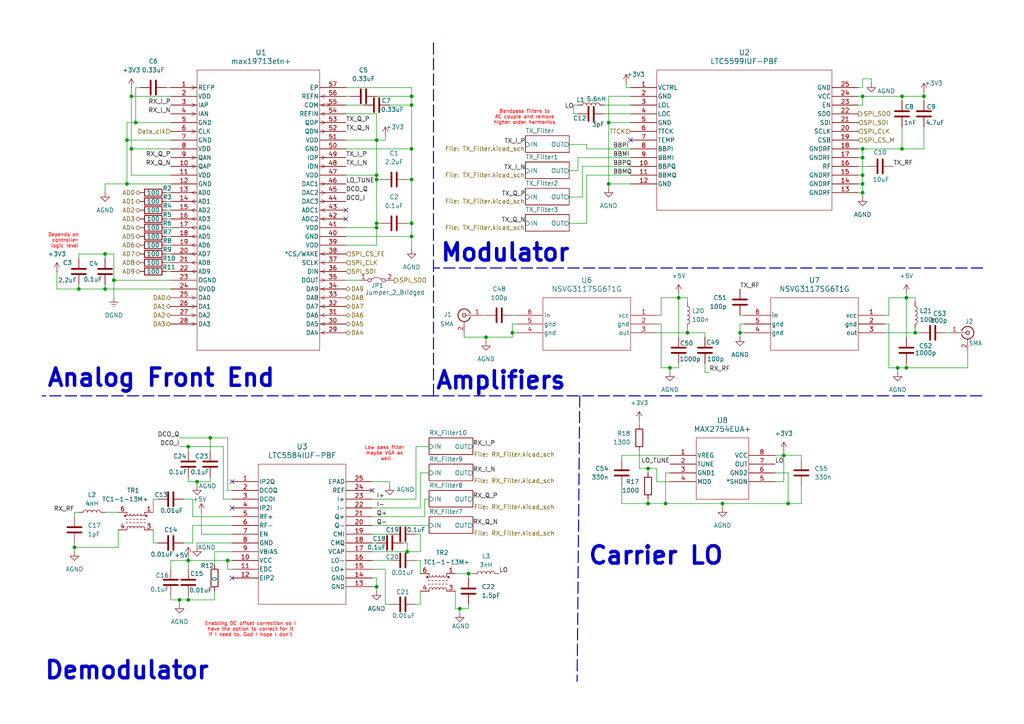
<source format=kicad_sch>
(kicad_sch (version 20231120) (generator "eeschema") (generator_version "8.0")
  (paper "A4")
  (junction (at 148.59 96.52))
  (junction (at 22.86 83.82))
  (junction (at 119.38 43.18))
  (junction (at 194.31 106.68))
  (junction (at 228.6 146.05))
  (junction (at 36.83 53.34))
  (junction (at 135.89 166.37))
  (junction (at 193.04 146.05))
  (junction (at 209.55 146.05))
  (junction (at 250.19 50.8))
  (junction (at 109.22 64.77))
  (junction (at 52.07 173.99))
  (junction (at 250.19 27.94))
  (junction (at 250.19 55.88))
  (junction (at 196.85 86.36))
  (junction (at 38.1 27.94))
  (junction (at 250.19 43.18))
  (junction (at 133.35 176.53))
  (junction (at 109.22 170.18))
  (junction (at 30.48 83.82))
  (junction (at 250.19 45.72))
  (junction (at 119.38 64.77))
  (junction (at 176.53 35.56))
  (junction (at 54.61 173.99))
  (junction (at 187.96 135.89))
  (junction (at 227.33 132.08))
  (junction (at 119.38 52.07))
  (junction (at 199.39 96.52))
  (junction (at 109.22 50.8))
  (junction (at 21.59 158.75))
  (junction (at 119.38 30.48))
  (junction (at 57.15 139.7))
  (junction (at 109.22 52.07))
  (junction (at 54.61 129.54))
  (junction (at 262.89 106.68))
  (junction (at 262.89 86.36))
  (junction (at 119.38 68.58))
  (junction (at 66.04 162.56))
  (junction (at 261.62 43.18))
  (junction (at 60.96 127))
  (junction (at 119.38 27.94))
  (junction (at 214.63 96.52))
  (junction (at 267.97 27.94))
  (junction (at 118.11 160.02))
  (junction (at 140.97 97.79))
  (junction (at 187.96 146.05))
  (junction (at 260.35 106.68))
  (junction (at 176.53 53.34))
  (junction (at 33.02 81.28))
  (junction (at 54.61 162.56))
  (junction (at 109.22 40.64))
  (junction (at 39.37 35.56))
  (junction (at 36.83 40.64))
  (junction (at 265.43 96.52))
  (junction (at 261.62 27.94))
  (junction (at 30.48 73.66))
  (junction (at 109.22 66.04))
  (junction (at 38.1 43.18))
  (junction (at 250.19 53.34))
  (no_connect (at 67.31 139.7))
  (no_connect (at 100.33 60.96))
  (no_connect (at 182.88 40.64))
  (no_connect (at 67.31 147.32))
  (no_connect (at 67.31 167.64))
  (no_connect (at 100.33 63.5))
  (no_connect (at 107.95 142.24))
  (wire (pts (xy 248.92 55.88) (xy 250.19 55.88)))
  (wire (pts (xy 261.62 27.94) (xy 267.97 27.94)))
  (wire (pts (xy 261.62 27.94) (xy 261.62 29.21)))
  (wire (pts (xy 120.65 175.26) (xy 121.92 175.26)))
  (wire (pts (xy 111.76 39.37) (xy 111.76 40.64)))
  (wire (pts (xy 119.38 43.18) (xy 119.38 52.07)))
  (wire (pts (xy 21.59 158.75) (xy 21.59 160.02)))
  (wire (pts (xy 250.19 27.94) (xy 261.62 27.94)))
  (wire (pts (xy 109.22 52.07) (xy 110.49 52.07)))
  (wire (pts (xy 250.19 45.72) (xy 250.19 50.8)))
  (wire (pts (xy 119.38 52.07) (xy 119.38 64.77)))
  (wire (pts (xy 57.15 157.48) (xy 67.31 157.48)))
  (wire (pts (xy 261.62 43.18) (xy 250.19 43.18)))
  (wire (pts (xy 52.07 175.26) (xy 52.07 173.99)))
  (wire (pts (xy 250.19 53.34) (xy 250.19 55.88)))
  (wire (pts (xy 48.26 60.96) (xy 49.53 60.96)))
  (wire (pts (xy 49.53 165.1) (xy 49.53 162.56)))
  (wire (pts (xy 265.43 96.52) (xy 266.7 96.52)))
  (wire (pts (xy 135.89 176.53) (xy 133.35 176.53)))
  (wire (pts (xy 267.97 43.18) (xy 261.62 43.18)))
  (wire (pts (xy 49.53 43.18) (xy 38.1 43.18)))
  (polyline (pts (xy 168.148 114.808) (xy 167.386 197.612)) (stroke (width 0.3) (type dash)))
  (wire (pts (xy 107.95 160.02) (xy 118.11 160.02)))
  (wire (pts (xy 257.81 106.68) (xy 260.35 106.68)))
  (wire (pts (xy 193.04 137.16) (xy 193.04 146.05)))
  (wire (pts (xy 30.48 73.66) (xy 22.86 73.66)))
  (wire (pts (xy 62.23 160.02) (xy 67.31 160.02)))
  (wire (pts (xy 64.77 129.54) (xy 54.61 129.54)))
  (wire (pts (xy 140.97 97.79) (xy 140.97 99.06)))
  (wire (pts (xy 34.29 158.75) (xy 21.59 158.75)))
  (wire (pts (xy 100.33 30.48) (xy 105.41 30.48)))
  (wire (pts (xy 170.18 50.8) (xy 182.88 50.8)))
  (wire (pts (xy 250.19 30.48) (xy 250.19 27.94)))
  (wire (pts (xy 250.19 22.86) (xy 250.19 25.4)))
  (wire (pts (xy 109.22 52.07) (xy 109.22 50.8)))
  (wire (pts (xy 181.61 25.4) (xy 182.88 25.4)))
  (wire (pts (xy 204.47 107.95) (xy 204.47 105.41)))
  (wire (pts (xy 185.42 135.89) (xy 187.96 135.89)))
  (wire (pts (xy 252.73 22.86) (xy 250.19 22.86)))
  (wire (pts (xy 54.61 161.29) (xy 54.61 162.56)))
  (wire (pts (xy 107.95 162.56) (xy 113.03 162.56)))
  (wire (pts (xy 132.08 166.37) (xy 135.89 166.37)))
  (wire (pts (xy 109.22 71.12) (xy 109.22 66.04)))
  (wire (pts (xy 227.33 139.7) (xy 227.33 132.08)))
  (wire (pts (xy 53.34 157.48) (xy 55.88 157.48)))
  (wire (pts (xy 250.19 55.88) (xy 250.19 57.15)))
  (wire (pts (xy 194.31 106.68) (xy 196.85 106.68)))
  (wire (pts (xy 182.88 27.94) (xy 176.53 27.94)))
  (wire (pts (xy 199.39 86.36) (xy 199.39 87.63)))
  (wire (pts (xy 120.65 129.54) (xy 120.65 144.78)))
  (wire (pts (xy 135.89 175.26) (xy 135.89 176.53)))
  (wire (pts (xy 55.88 144.78) (xy 55.88 149.86)))
  (wire (pts (xy 53.34 144.78) (xy 55.88 144.78)))
  (wire (pts (xy 257.81 86.36) (xy 262.89 86.36)))
  (wire (pts (xy 111.76 175.26) (xy 113.03 175.26)))
  (wire (pts (xy 119.38 27.94) (xy 119.38 30.48)))
  (wire (pts (xy 224.79 139.7) (xy 227.33 139.7)))
  (wire (pts (xy 232.41 132.08) (xy 227.33 132.08)))
  (wire (pts (xy 165.1 41.91) (xy 170.18 41.91)))
  (wire (pts (xy 36.83 40.64) (xy 36.83 35.56)))
  (wire (pts (xy 260.35 106.68) (xy 262.89 106.68)))
  (wire (pts (xy 257.81 91.44) (xy 257.81 86.36)))
  (wire (pts (xy 109.22 64.77) (xy 110.49 64.77)))
  (wire (pts (xy 194.31 132.08) (xy 180.34 132.08)))
  (wire (pts (xy 36.83 53.34) (xy 49.53 53.34)))
  (wire (pts (xy 54.61 129.54) (xy 54.61 130.81)))
  (wire (pts (xy 176.53 54.61) (xy 176.53 53.34)))
  (wire (pts (xy 38.1 50.8) (xy 38.1 43.18)))
  (wire (pts (xy 187.96 144.78) (xy 187.96 146.05)))
  (wire (pts (xy 214.63 96.52) (xy 214.63 97.79)))
  (wire (pts (xy 190.5 135.89) (xy 187.96 135.89)))
  (wire (pts (xy 118.11 52.07) (xy 119.38 52.07)))
  (wire (pts (xy 49.53 173.99) (xy 52.07 173.99)))
  (wire (pts (xy 57.15 158.75) (xy 57.15 157.48)))
  (wire (pts (xy 48.26 66.04) (xy 49.53 66.04)))
  (wire (pts (xy 176.53 35.56) (xy 176.53 53.34)))
  (wire (pts (xy 33.02 73.66) (xy 33.02 81.28)))
  (wire (pts (xy 49.53 50.8) (xy 38.1 50.8)))
  (wire (pts (xy 60.96 127) (xy 60.96 130.81)))
  (wire (pts (xy 36.83 40.64) (xy 49.53 40.64)))
  (wire (pts (xy 39.37 25.4) (xy 40.64 25.4)))
  (wire (pts (xy 190.5 93.98) (xy 191.77 93.98)))
  (wire (pts (xy 109.22 66.04) (xy 109.22 64.77)))
  (wire (pts (xy 111.76 165.1) (xy 107.95 165.1)))
  (wire (pts (xy 100.33 50.8) (xy 109.22 50.8)))
  (wire (pts (xy 181.61 24.13) (xy 181.61 25.4)))
  (wire (pts (xy 36.83 53.34) (xy 36.83 40.64)))
  (wire (pts (xy 180.34 146.05) (xy 187.96 146.05)))
  (wire (pts (xy 175.26 30.48) (xy 182.88 30.48)))
  (wire (pts (xy 123.19 144.78) (xy 123.19 149.86)))
  (wire (pts (xy 262.89 86.36) (xy 262.89 97.79)))
  (wire (pts (xy 21.59 157.48) (xy 21.59 158.75)))
  (wire (pts (xy 168.91 57.15) (xy 165.1 57.15)))
  (wire (pts (xy 121.92 160.02) (xy 118.11 160.02)))
  (wire (pts (xy 121.92 171.45) (xy 121.92 175.26)))
  (wire (pts (xy 166.37 33.02) (xy 167.64 33.02)))
  (wire (pts (xy 148.59 93.98) (xy 148.59 96.52)))
  (wire (pts (xy 170.18 43.18) (xy 182.88 43.18)))
  (wire (pts (xy 100.33 27.94) (xy 101.6 27.94)))
  (wire (pts (xy 119.38 64.77) (xy 119.38 68.58)))
  (wire (pts (xy 170.18 41.91) (xy 170.18 43.18)))
  (wire (pts (xy 48.26 68.58) (xy 49.53 68.58)))
  (wire (pts (xy 109.22 40.64) (xy 100.33 40.64)))
  (wire (pts (xy 196.85 86.36) (xy 196.85 97.79)))
  (wire (pts (xy 228.6 146.05) (xy 209.55 146.05)))
  (wire (pts (xy 30.48 55.88) (xy 30.48 53.34)))
  (wire (pts (xy 44.45 153.67) (xy 44.45 157.48)))
  (wire (pts (xy 248.92 50.8) (xy 250.19 50.8)))
  (wire (pts (xy 22.86 73.66) (xy 22.86 74.93)))
  (wire (pts (xy 109.22 170.18) (xy 109.22 171.45)))
  (wire (pts (xy 21.59 148.59) (xy 22.86 148.59)))
  (wire (pts (xy 134.62 97.79) (xy 140.97 97.79)))
  (wire (pts (xy 60.96 139.7) (xy 60.96 138.43)))
  (wire (pts (xy 111.76 175.26) (xy 111.76 165.1)))
  (wire (pts (xy 180.34 140.97) (xy 180.34 146.05)))
  (wire (pts (xy 123.19 149.86) (xy 107.95 149.86)))
  (wire (pts (xy 191.77 91.44) (xy 191.77 86.36)))
  (wire (pts (xy 55.88 152.4) (xy 67.31 152.4)))
  (wire (pts (xy 166.37 30.48) (xy 167.64 30.48)))
  (wire (pts (xy 120.65 144.78) (xy 107.95 144.78)))
  (wire (pts (xy 38.1 25.4) (xy 38.1 27.94)))
  (wire (pts (xy 148.59 96.52) (xy 149.86 96.52)))
  (wire (pts (xy 180.34 132.08) (xy 180.34 133.35)))
  (wire (pts (xy 280.67 106.68) (xy 262.89 106.68)))
  (wire (pts (xy 215.9 93.98) (xy 214.63 93.98)))
  (wire (pts (xy 30.48 82.55) (xy 30.48 83.82)))
  (wire (pts (xy 262.89 86.36) (xy 265.43 86.36)))
  (wire (pts (xy 109.22 33.02) (xy 109.22 40.64)))
  (wire (pts (xy 187.96 135.89) (xy 187.96 137.16)))
  (wire (pts (xy 168.91 48.26) (xy 168.91 57.15)))
  (wire (pts (xy 58.42 148.59) (xy 58.42 154.94)))
  (wire (pts (xy 113.03 30.48) (xy 119.38 30.48)))
  (wire (pts (xy 227.33 132.08) (xy 227.33 130.81)))
  (wire (pts (xy 66.04 142.24) (xy 66.04 127)))
  (wire (pts (xy 100.33 33.02) (xy 109.22 33.02)))
  (wire (pts (xy 48.26 76.2) (xy 49.53 76.2)))
  (wire (pts (xy 118.11 157.48) (xy 118.11 160.02)))
  (wire (pts (xy 148.59 91.44) (xy 149.86 91.44)))
  (wire (pts (xy 57.15 139.7) (xy 57.15 140.97)))
  (wire (pts (xy 175.26 33.02) (xy 182.88 33.02)))
  (wire (pts (xy 36.83 35.56) (xy 39.37 35.56)))
  (wire (pts (xy 34.29 153.67) (xy 34.29 158.75)))
  (wire (pts (xy 133.35 176.53) (xy 132.08 176.53)))
  (wire (pts (xy 248.92 53.34) (xy 250.19 53.34)))
  (wire (pts (xy 48.26 55.88) (xy 49.53 55.88)))
  (wire (pts (xy 248.92 27.94) (xy 250.19 27.94)))
  (wire (pts (xy 148.59 96.52) (xy 148.59 97.79)))
  (wire (pts (xy 261.62 36.83) (xy 261.62 43.18)))
  (wire (pts (xy 107.95 154.94) (xy 113.03 154.94)))
  (wire (pts (xy 232.41 140.97) (xy 232.41 146.05)))
  (wire (pts (xy 100.33 68.58) (xy 119.38 68.58)))
  (wire (pts (xy 214.63 96.52) (xy 215.9 96.52)))
  (wire (pts (xy 107.95 147.32) (xy 121.92 147.32)))
  (wire (pts (xy 199.39 96.52) (xy 204.47 96.52)))
  (wire (pts (xy 119.38 25.4) (xy 119.38 27.94)))
  (wire (pts (xy 265.43 86.36) (xy 265.43 87.63)))
  (wire (pts (xy 232.41 146.05) (xy 228.6 146.05)))
  (wire (pts (xy 187.96 146.05) (xy 193.04 146.05)))
  (wire (pts (xy 214.63 93.98) (xy 214.63 96.52)))
  (polyline (pts (xy 284.734 114.808) (xy 125.73 114.808)) (stroke (width 0.3) (type dash)))
  (wire (pts (xy 265.43 95.25) (xy 265.43 96.52)))
  (wire (pts (xy 66.04 162.56) (xy 67.31 162.56)))
  (wire (pts (xy 62.23 173.99) (xy 62.23 171.45)))
  (wire (pts (xy 209.55 146.05) (xy 209.55 147.32)))
  (wire (pts (xy 113.03 139.7) (xy 107.95 139.7)))
  (wire (pts (xy 39.37 25.4) (xy 39.37 35.56)))
  (wire (pts (xy 21.59 148.59) (xy 21.59 149.86)))
  (wire (pts (xy 118.11 157.48) (xy 116.84 157.48)))
  (wire (pts (xy 204.47 96.52) (xy 204.47 97.79)))
  (wire (pts (xy 256.54 96.52) (xy 265.43 96.52)))
  (wire (pts (xy 119.38 30.48) (xy 119.38 43.18)))
  (polyline (pts (xy 125.73 114.808) (xy 12.192 114.808)) (stroke (width 0.3) (type dash)))
  (wire (pts (xy 64.77 144.78) (xy 64.77 129.54)))
  (wire (pts (xy 250.19 25.4) (xy 248.92 25.4)))
  (wire (pts (xy 54.61 138.43) (xy 54.61 139.7)))
  (wire (pts (xy 232.41 133.35) (xy 232.41 132.08)))
  (wire (pts (xy 54.61 172.72) (xy 54.61 173.99)))
  (polyline (pts (xy 284.988 77.724) (xy 125.984 77.724)) (stroke (width 0.3) (type dash)))
  (wire (pts (xy 38.1 43.18) (xy 38.1 27.94)))
  (wire (pts (xy 149.86 93.98) (xy 148.59 93.98)))
  (wire (pts (xy 67.31 142.24) (xy 66.04 142.24)))
  (wire (pts (xy 250.19 43.18) (xy 250.19 45.72)))
  (wire (pts (xy 22.86 83.82) (xy 16.51 83.82)))
  (wire (pts (xy 190.5 91.44) (xy 191.77 91.44)))
  (wire (pts (xy 109.22 64.77) (xy 109.22 52.07)))
  (wire (pts (xy 124.46 144.78) (xy 123.19 144.78)))
  (wire (pts (xy 280.67 101.6) (xy 280.67 106.68)))
  (wire (pts (xy 44.45 144.78) (xy 45.72 144.78)))
  (wire (pts (xy 54.61 129.54) (xy 52.07 129.54)))
  (wire (pts (xy 262.89 85.09) (xy 262.89 86.36)))
  (wire (pts (xy 214.63 91.44) (xy 215.9 91.44)))
  (wire (pts (xy 66.04 127) (xy 60.96 127)))
  (wire (pts (xy 167.64 45.72) (xy 182.88 45.72)))
  (wire (pts (xy 39.37 35.56) (xy 49.53 35.56)))
  (wire (pts (xy 182.88 48.26) (xy 168.91 48.26)))
  (wire (pts (xy 193.04 146.05) (xy 209.55 146.05)))
  (wire (pts (xy 113.03 140.97) (xy 113.03 139.7)))
  (wire (pts (xy 66.04 165.1) (xy 66.04 162.56)))
  (wire (pts (xy 121.92 137.16) (xy 124.46 137.16)))
  (wire (pts (xy 267.97 36.83) (xy 267.97 43.18)))
  (wire (pts (xy 134.62 96.52) (xy 134.62 97.79)))
  (wire (pts (xy 119.38 72.39) (xy 119.38 68.58)))
  (wire (pts (xy 30.48 83.82) (xy 22.86 83.82)))
  (wire (pts (xy 54.61 139.7) (xy 57.15 139.7)))
  (wire (pts (xy 30.48 53.34) (xy 36.83 53.34)))
  (wire (pts (xy 248.92 48.26) (xy 251.46 48.26)))
  (wire (pts (xy 224.79 132.08) (xy 227.33 132.08)))
  (wire (pts (xy 48.26 73.66) (xy 49.53 73.66)))
  (wire (pts (xy 199.39 95.25) (xy 199.39 96.52)))
  (wire (pts (xy 100.33 43.18) (xy 119.38 43.18)))
  (wire (pts (xy 248.92 43.18) (xy 250.19 43.18)))
  (wire (pts (xy 62.23 163.83) (xy 62.23 160.02)))
  (wire (pts (xy 54.61 162.56) (xy 66.04 162.56)))
  (wire (pts (xy 256.54 93.98) (xy 257.81 93.98)))
  (wire (pts (xy 228.6 137.16) (xy 228.6 146.05)))
  (wire (pts (xy 107.95 167.64) (xy 109.22 167.64)))
  (wire (pts (xy 48.26 58.42) (xy 49.53 58.42)))
  (wire (pts (xy 48.26 63.5) (xy 49.53 63.5)))
  (wire (pts (xy 30.48 148.59) (xy 34.29 148.59)))
  (wire (pts (xy 107.95 157.48) (xy 109.22 157.48)))
  (wire (pts (xy 121.92 162.56) (xy 121.92 166.37)))
  (wire (pts (xy 267.97 27.94) (xy 267.97 29.21)))
  (wire (pts (xy 109.22 27.94) (xy 119.38 27.94)))
  (wire (pts (xy 109.22 167.64) (xy 109.22 170.18)))
  (wire (pts (xy 30.48 73.66) (xy 33.02 73.66)))
  (wire (pts (xy 121.92 154.94) (xy 121.92 160.02)))
  (wire (pts (xy 166.37 30.48) (xy 166.37 33.02)))
  (wire (pts (xy 30.48 74.93) (xy 30.48 73.66)))
  (wire (pts (xy 176.53 27.94) (xy 176.53 35.56)))
  (wire (pts (xy 118.11 64.77) (xy 119.38 64.77)))
  (wire (pts (xy 260.35 106.68) (xy 260.35 107.95)))
  (wire (pts (xy 54.61 173.99) (xy 62.23 173.99)))
  (wire (pts (xy 120.65 154.94) (xy 121.92 154.94)))
  (wire (pts (xy 267.97 27.94) (xy 267.97 26.67)))
  (wire (pts (xy 48.26 71.12) (xy 49.53 71.12)))
  (wire (pts (xy 133.35 177.8) (xy 133.35 176.53)))
  (wire (pts (xy 194.31 137.16) (xy 193.04 137.16)))
  (wire (pts (xy 185.42 130.81) (xy 185.42 135.89)))
  (wire (pts (xy 54.61 162.56) (xy 54.61 165.1)))
  (wire (pts (xy 33.02 81.28) (xy 49.53 81.28)))
  (wire (pts (xy 100.33 81.28) (xy 104.14 81.28)))
  (wire (pts (xy 135.89 166.37) (xy 137.16 166.37)))
  (wire (pts (xy 55.88 157.48) (xy 55.88 152.4)))
  (wire (pts (xy 274.32 96.52) (xy 275.59 96.52)))
  (wire (pts (xy 257.81 93.98) (xy 257.81 106.68)))
  (wire (pts (xy 256.54 91.44) (xy 257.81 91.44)))
  (wire (pts (xy 100.33 66.04) (xy 109.22 66.04)))
  (wire (pts (xy 190.5 139.7) (xy 194.31 139.7)))
  (wire (pts (xy 38.1 27.94) (xy 49.53 27.94)))
  (wire (pts (xy 135.89 166.37) (xy 135.89 167.64)))
  (wire (pts (xy 120.65 162.56) (xy 121.92 162.56)))
  (wire (pts (xy 67.31 165.1) (xy 66.04 165.1)))
  (wire (pts (xy 109.22 50.8) (xy 109.22 40.64)))
  (wire (pts (xy 107.95 152.4) (xy 124.46 152.4)))
  (wire (pts (xy 191.77 86.36) (xy 196.85 86.36)))
  (wire (pts (xy 196.85 85.09) (xy 196.85 86.36)))
  (wire (pts (xy 132.08 171.45) (xy 132.08 176.53)))
  (wire (pts (xy 100.33 71.12) (xy 109.22 71.12)))
  (wire (pts (xy 224.79 137.16) (xy 228.6 137.16)))
  (wire (pts (xy 107.95 170.18) (xy 109.22 170.18)))
  (wire (pts (xy 124.46 129.54) (xy 120.65 129.54)))
  (wire (pts (xy 252.73 24.13) (xy 252.73 22.86)))
  (wire (pts (xy 49.53 162.56) (xy 54.61 162.56)))
  (wire (pts (xy 55.88 149.86) (xy 67.31 149.86)))
  (wire (pts (xy 165.1 64.77) (xy 170.18 64.77)))
  (wire (pts (xy 58.42 154.94) (xy 67.31 154.94)))
  (wire (pts (xy 48.26 25.4) (xy 49.53 25.4)))
  (wire (pts (xy 248.92 30.48) (xy 250.19 30.48)))
  (wire (pts (xy 57.15 139.7) (xy 60.96 139.7)))
  (wire (pts (xy 139.7 91.44) (xy 140.97 91.44)))
  (wire (pts (xy 22.86 82.55) (xy 22.86 83.82)))
  (wire (pts (xy 44.45 157.48) (xy 45.72 157.48)))
  (wire (pts (xy 191.77 106.68) (xy 194.31 106.68)))
  (wire (pts (xy 176.53 35.56) (xy 182.88 35.56)))
  (wire (pts (xy 121.92 147.32) (xy 121.92 137.16)))
  (wire (pts (xy 67.31 144.78) (xy 64.77 144.78)))
  (wire (pts (xy 170.18 64.77) (xy 170.18 50.8)))
  (wire (pts (xy 16.51 83.82) (xy 16.51 78.74)))
  (wire (pts (xy 196.85 106.68) (xy 196.85 105.41)))
  (wire (pts (xy 140.97 97.79) (xy 148.59 97.79)))
  (wire (pts (xy 205.74 107.95) (xy 204.47 107.95)))
  (wire (pts (xy 30.48 83.82) (xy 49.53 83.82)))
  (wire (pts (xy 250.19 50.8) (xy 250.19 53.34)))
  (polyline (pts (xy 125.73 12.446) (xy 125.73 114.808)) (stroke (width 0.3) (type dash)))
  (wire (pts (xy 44.45 144.78) (xy 44.45 148.59)))
  (wire (pts (xy 248.92 45.72) (xy 250.19 45.72)))
  (wire (pts (xy 167.64 49.53) (xy 167.64 45.72)))
  (wire (pts (xy 165.1 49.53) (xy 167.64 49.53)))
  (wire (pts (xy 48.26 78.74) (xy 49.53 78.74)))
  (wire (pts (xy 185.42 121.92) (xy 185.42 123.19)))
  (wire (pts (xy 191.77 93.98) (xy 191.77 106.68)))
  (wire (pts (xy 262.89 106.68) (xy 262.89 105.41)))
  (wire (pts (xy 60.96 127) (xy 52.07 127)))
  (wire (pts (xy 52.07 173.99) (xy 54.61 173.99)))
  (wire (pts (xy 196.85 86.36) (xy 199.39 86.36)))
  (wire (pts (xy 49.53 172.72) (xy 49.53 173.99)))
  (wire (pts (xy 176.53 53.34) (xy 182.88 53.34)))
  (wire (pts (xy 190.5 139.7) (xy 190.5 135.89)))
  (wire (pts (xy 33.02 81.28) (xy 33.02 86.36)))
  (wire (pts (xy 190.5 96.52) (xy 199.39 96.52)))
  (wire (pts (xy 100.33 25.4) (xy 119.38 25.4)))
  (wire (pts (xy 194.31 106.68) (xy 194.31 107.95)))
  (wire (pts (xy 111.76 40.64) (xy 109.22 40.64)))
  (text "Bandpass filters to\nAC couple and remove\nhigher order harmonics" (at 152.146 34.036 0) (effects (font (size 1 1))))
  (text "Demodulator" (at 36.83 194.564 0) (effects (font (size 5 5) (thickness 1) (bold yes))))
  (text "Modulator" (at 146.558 73.406 0) (effects (font (size 5 5) (thickness 1) (bold yes))))
  (text "Carrier LO" (at 190.246 161.29 0) (effects (font (size 5 5) (thickness 1) (bold yes))))
  (text "Analog Front End" (at 46.736 109.728 0) (effects (font (size 5 5) (thickness 1) (bold yes))))
  (text "Enabling DC offset correction so I\nhave the option to correct for it\nif I need to. God I hope I don't" (at 72.644 182.626 0) (effects (font (size 1 1))))
  (text "Low pass filter\nmaybe VGA as\n well" (at 111.506 131.572 0) (effects (font (size 1 1))))
  (text "Amplifiers" (at 145.288 110.49 0) (effects (font (size 5 5) (thickness 1) (bold yes))))
  (text "Depends on \ncontroller\nlogic level" (at 18.796 69.85 0) (effects (font (size 1 1))))
  (label "RX_RF" (at 21.59 148.59 180))
  (label "RX_I_P" (at 137.16 129.54 0))
  (label "TX_Q_N" (at 152.4 64.77 180))
  (label "RX_Q_N" (at 137.16 152.4 0))
  (label "TX_Q_N" (at 100.33 38.1 0))
  (label "RX_Q_N" (at 49.53 48.26 180))
  (label "LO" (at 166.37 31.75 180))
  (label "TX_Q_P" (at 152.4 57.15 180))
  (label "TX_I_N" (at 152.4 49.53 180))
  (label "TX_I_N" (at 100.33 48.26 0))
  (label "BBPI" (at 177.8 43.18 0))
  (label "TX_I_P" (at 100.33 45.72 0))
  (label "I+" (at 109.22 144.78 0))
  (label "RX_I_P" (at 49.53 30.48 180))
  (label "BBMI" (at 177.8 45.72 0))
  (label "TX_RF" (at 259.08 48.26 0))
  (label "TX_I_P" (at 152.4 41.91 180))
  (label "BBPQ" (at 177.8 48.26 0))
  (label "DCO_Q" (at 52.07 127 180))
  (label "TX_Q_P" (at 100.33 35.56 0))
  (label "RX_Q_P" (at 137.16 144.78 0))
  (label "RX_Q_P" (at 49.53 45.72 180))
  (label "DCO_Q" (at 100.33 55.88 0))
  (label "LO_TUNE" (at 194.31 134.62 180))
  (label "LO_TUNE" (at 100.33 53.34 0))
  (label "I-" (at 109.22 147.32 0))
  (label "RX_I_N" (at 49.53 33.02 180))
  (label "RX_I_N" (at 137.16 137.16 0))
  (label "Q+" (at 109.22 149.86 0))
  (label "LO" (at 224.79 134.62 0))
  (label "DCO_I" (at 52.07 129.54 180))
  (label "Q-" (at 109.22 152.4 0))
  (label "RX_RF" (at 205.74 107.95 0))
  (label "DCO_I" (at 100.33 58.42 0))
  (label "TX_RF" (at 214.63 83.82 0))
  (label "BBMQ" (at 177.8 50.8 0))
  (label "LO" (at 144.78 166.37 0))
  (hierarchical_label "AD4" (shape tri_state) (at 40.64 66.04 180))
  (hierarchical_label "TTCK" (shape input) (at 182.88 38.1 180))
  (hierarchical_label "AD2" (shape tri_state) (at 40.64 60.96 180))
  (hierarchical_label "SPI_SDO" (shape output) (at 114.3 81.28 0))
  (hierarchical_label "AD8" (shape tri_state) (at 40.64 76.2 180))
  (hierarchical_label "AD5" (shape tri_state) (at 40.64 68.58 180))
  (hierarchical_label "DA7" (shape tri_state) (at 100.33 88.9 0))
  (hierarchical_label "SPI_SDI" (shape input) (at 248.92 35.56 0))
  (hierarchical_label "SPI_CS_M" (shape input) (at 248.92 40.64 0))
  (hierarchical_label "SPI_CLK" (shape input) (at 100.33 76.2 0))
  (hierarchical_label "DA2" (shape tri_state) (at 49.53 91.44 180))
  (hierarchical_label "AD9" (shape tri_state) (at 40.64 78.74 180))
  (hierarchical_label "DA3" (shape tri_state) (at 49.53 93.98 180))
  (hierarchical_label "AD3" (shape tri_state) (at 40.64 63.5 180))
  (hierarchical_label "DA1" (shape tri_state) (at 49.53 88.9 180))
  (hierarchical_label "Data_clk" (shape input) (at 49.53 38.1 180))
  (hierarchical_label "SPI_SDI" (shape input) (at 100.33 78.74 0))
  (hierarchical_label "DA8" (shape tri_state) (at 100.33 86.36 0))
  (hierarchical_label "SPI_CLK" (shape input) (at 248.92 38.1 0))
  (hierarchical_label "SPI_CS_FE" (shape input) (at 100.33 73.66 0))
  (hierarchical_label "SPI_SDO" (shape output) (at 248.92 33.02 0))
  (hierarchical_label "AD1" (shape tri_state) (at 40.64 58.42 180))
  (hierarchical_label "AD0" (shape tri_state) (at 40.64 55.88 180))
  (hierarchical_label "AD6" (shape tri_state) (at 40.64 71.12 180))
  (hierarchical_label "DA6" (shape tri_state) (at 100.33 91.44 0))
  (hierarchical_label "DA9" (shape tri_state) (at 100.33 83.82 0))
  (hierarchical_label "AD7" (shape tri_state) (at 40.64 73.66 180))
  (hierarchical_label "DA0" (shape tri_state) (at 49.53 86.36 180))
  (hierarchical_label "DA5" (shape tri_state) (at 100.33 93.98 0))
  (hierarchical_label "DA4" (shape tri_state) (at 100.33 96.52 0))
  (symbol (lib_id "Device:C") (at 109.22 30.48 90) (unit 1)
    (property "Reference" "C7" (at 112.014 29.21 90))
    (property "Value" "0.33uF" (at 113.792 31.75 90))
    (property "Footprint" "Capacitor_SMD:C_0402_1005Metric" (effects (hide yes)))
    (property "Description" "Unpolarized capacitor" (effects (hide yes)))
  )
  (symbol (lib_id "Device:L") (at 140.97 166.37 90) (unit 1)
    (property "Reference" "L3" (at 140.97 161.29 90))
    (property "Value" "3nH" (at 140.97 163.83 90))
    (property "Footprint" "Inductor_SMD:L_0402_1005Metric" (effects (hide yes)))
    (property "Description" "Inductor" (effects (hide yes)))
  )
  (symbol (lib_id "Transformer:TC1-1-13M+") (at 127 168.91 0) (unit 1)
    (property "Reference" "TR2" (at 128.27 160.274 0))
    (property "Value" "TC1-1-13M+" (at 129.54 163.068 0))
    (property "Footprint" "Transformer_SMD:Transformer_MiniCircuits_AT224-1A" (effects (hide yes)))
    (property "Datasheet" "https://www.minicircuits.com/pdfs/TC1-1-13M+.pdf" (effects (hide yes)))
    (property "Description" "4.5-3000MHz 1:1 RF Transformer, Balanced Transmission Line, AT224-1A" (effects (hide yes)))
  )
  (symbol (lib_id "power:GND") (at 57.15 140.97 0) (unit 1)
    (property "Reference" "#PWR027" (effects (hide yes)))
    (property "Value" "AGND" (at 60.198 140.97 0))
    (property "Description" "Power symbol creates a global label with name \"GND\" , ground" (effects (hide yes)))
  )
  (symbol (lib_id "power:+3V3") (at 38.1 25.4 0) (unit 1)
    (property "Reference" "#PWR010" (effects (hide yes)))
    (property "Value" "+3V3" (at 38.1 20.32 0))
    (property "Description" "Power symbol creates a global label with name \"+3V3\"" (effects (hide yes)))
  )
  (symbol (lib_id "Device:C") (at 54.61 134.62 0) (mirror y) (unit 1)
    (property "Reference" "C24" (at 54.102 132.334 0) (effects (justify left)))
    (property "Value" "0.1uF" (at 54.356 136.906 0) (effects (justify left)))
    (property "Footprint" "Capacitor_SMD:C_0402_1005Metric" (effects (hide yes)))
    (property "Description" "Unpolarized capacitor" (effects (hide yes)))
  )
  (symbol (lib_id "Device:C") (at 21.59 153.67 0) (unit 1)
    (property "Reference" "C17" (at 25.4 152.3999 0) (effects (justify left)))
    (property "Value" "1pF" (at 25.4 154.9399 0) (effects (justify left)))
    (property "Footprint" "Capacitor_SMD:C_0402_1005Metric" (effects (hide yes)))
    (property "Description" "Unpolarized capacitor" (effects (hide yes)))
  )
  (symbol (lib_id "Device:C") (at 171.45 33.02 90) (unit 1)
    (property "Reference" "C12" (at 168.148 34.29 90))
    (property "Value" "3pF" (at 173.482 36.068 90))
    (property "Footprint" "Capacitor_SMD:C_0402_1005Metric" (effects (hide yes)))
    (property "Description" "Unpolarized capacitor" (effects (hide yes)))
  )
  (symbol (lib_id "Device:L") (at 265.43 91.44 0) (unit 1)
    (property "Reference" "L21" (at 266.7 90.1699 0) (effects (justify left)))
    (property "Value" "100n" (at 266.7 92.7099 0) (effects (justify left)))
    (property "Footprint" "Inductor_SMD:L_0402_1005Metric" (effects (hide yes)))
    (property "Description" "Inductor" (effects (hide yes)))
  )
  (symbol (lib_id "power:GND") (at 194.31 107.95 0) (unit 1)
    (property "Reference" "#PWR040" (effects (hide yes)))
    (property "Value" "AGND" (at 194.31 113.03 0))
    (property "Description" "Power symbol creates a global label with name \"GND\" , ground" (effects (hide yes)))
  )
  (symbol (lib_id "Device:C") (at 204.47 101.6 180) (unit 1)
    (property "Reference" "C49" (at 206.756 99.314 0))
    (property "Value" "100p" (at 207.518 104.14 0))
    (property "Footprint" "Capacitor_SMD:C_0402_1005Metric" (effects (hide yes)))
    (property "Description" "Unpolarized capacitor" (effects (hide yes)))
  )
  (symbol (lib_id "power:GND") (at 252.73 24.13 0) (unit 1)
    (property "Reference" "#PWR016" (effects (hide yes)))
    (property "Value" "AGND" (at 257.048 26.416 0))
    (property "Description" "Power symbol creates a global label with name \"GND\" , ground" (effects (hide yes)))
  )
  (symbol (lib_id "Device:C") (at 105.41 27.94 90) (unit 1)
    (property "Reference" "C5" (at 105.41 20.32 90))
    (property "Value" "0.33uF" (at 105.41 22.86 90))
    (property "Footprint" "Capacitor_SMD:C_0402_1005Metric" (effects (hide yes)))
    (property "Description" "Unpolarized capacitor" (effects (hide yes)))
  )
  (symbol (lib_id "Device:R") (at 62.23 167.64 0) (unit 1)
    (property "Reference" "R12" (at 58.166 164.084 0) (effects (justify left)))
    (property "Value" "0" (at 62.23 168.656 90) (effects (justify left)))
    (property "Footprint" "Resistor_SMD:R_0402_1005Metric" (effects (hide yes)))
    (property "Description" "Resistor" (effects (hide yes)))
  )
  (symbol (lib_id "Device:C") (at 22.86 78.74 180) (unit 1)
    (property "Reference" "C3" (at 19.558 76.2 0))
    (property "Value" "2.2uF" (at 19.558 81.28 0))
    (property "Footprint" "Capacitor_SMD:C_0402_1005Metric" (effects (hide yes)))
    (property "Description" "Unpolarized capacitor" (effects (hide yes)))
  )
  (symbol (lib_id "Device:R") (at 44.45 63.5 90) (unit 1)
    (property "Reference" "R5" (at 48.514 62.23 90))
    (property "Value" "100" (at 44.45 63.5 90))
    (property "Footprint" "Resistor_SMD:R_0402_1005Metric" (effects (hide yes)))
    (property "Description" "Resistor" (effects (hide yes)))
  )
  (symbol (lib_id "power:GND") (at 57.15 158.75 0) (unit 1)
    (property "Reference" "#PWR022" (effects (hide yes)))
    (property "Value" "AGND" (at 59.944 158.75 0))
    (property "Description" "Power symbol creates a global label with name \"GND\" , ground" (effects (hide yes)))
  )
  (symbol (lib_id "COMMS_Symbols:NSVG3117SG6T1G") (at 190.5 91.44 0) (mirror y) (unit 1)
    (property "Reference" "U6" (at 170.18 81.28 0) (effects (font (size 1.524 1.524))))
    (property "Value" "NSVG3117SG6T1G" (at 170.18 83.82 0) (effects (font (size 1.524 1.524))))
    (property "Footprint" "Package_TO_SOT_SMD:SOT-363_SC-70-6" (effects (hide yes)))
    (property "Datasheet" "NSVG3117SG6T1G" (effects (hide yes)))
  )
  (symbol (lib_id "Device:C") (at 262.89 101.6 180) (unit 1)
    (property "Reference" "C52" (at 268.478 100.33 0))
    (property "Value" "1000p" (at 268.478 102.362 0))
    (property "Footprint" "Capacitor_SMD:C_0402_1005Metric" (effects (hide yes)))
    (property "Description" "Unpolarized capacitor" (effects (hide yes)))
  )
  (symbol (lib_id "power:GND") (at 21.59 160.02 0) (unit 1)
    (property "Reference" "#PWR020" (effects (hide yes)))
    (property "Value" "AGND" (at 21.59 165.1 0))
    (property "Description" "Power symbol creates a global label with name \"GND\" , ground" (effects (hide yes)))
  )
  (symbol (lib_id "Device:R") (at 187.96 140.97 0) (mirror y) (unit 1)
    (property "Reference" "R17" (at 185.42 139.6999 0) (effects (justify left)))
    (property "Value" "1000" (at 185.42 142.2399 0) (effects (justify left)))
    (property "Footprint" "Resistor_SMD:R_0402_1005Metric" (effects (hide yes)))
    (property "Description" "Resistor" (effects (hide yes)))
  )
  (symbol (lib_id "Device:R") (at 44.45 68.58 90) (unit 1)
    (property "Reference" "R7" (at 48.514 67.31 90))
    (property "Value" "100" (at 44.45 68.58 90))
    (property "Footprint" "Resistor_SMD:R_0402_1005Metric" (effects (hide yes)))
    (property "Description" "Resistor" (effects (hide yes)))
  )
  (symbol (lib_id "Device:C") (at 261.62 33.02 0) (unit 1)
    (property "Reference" "C8" (at 262.382 30.988 0) (effects (justify left)))
    (property "Value" "1nF" (at 262.128 35.56 0) (effects (justify left)))
    (property "Footprint" "Capacitor_SMD:C_0402_1005Metric" (effects (hide yes)))
    (property "Description" "Unpolarized capacitor" (effects (hide yes)))
  )
  (symbol (lib_id "power:+5V") (at 58.42 148.59 0) (unit 1)
    (property "Reference" "#PWR026" (effects (hide yes)))
    (property "Value" "+5V" (at 57.912 144.78 0))
    (property "Description" "Power symbol creates a global label with name \"+5V\"" (effects (hide yes)))
  )
  (symbol (lib_id "power:+5V") (at 262.89 85.09 0) (unit 1)
    (property "Reference" "#PWR043" (effects (hide yes)))
    (property "Value" "+5V" (at 262.89 80.01 0))
    (property "Description" "Power symbol creates a global label with name \"+5V\"" (effects (hide yes)))
  )
  (symbol (lib_id "power:GND") (at 214.63 97.79 0) (unit 1)
    (property "Reference" "#PWR041" (effects (hide yes)))
    (property "Value" "AGND" (at 214.63 102.87 0))
    (property "Description" "Power symbol creates a global label with name \"GND\" , ground" (effects (hide yes)))
  )
  (symbol (lib_id "Device:C") (at 54.61 168.91 180) (unit 1)
    (property "Reference" "C15" (at 55.118 166.37 0) (effects (justify right)))
    (property "Value" "0.01uF" (at 54.864 171.196 0) (effects (justify right)))
    (property "Footprint" "Capacitor_SMD:C_0402_1005Metric" (effects (hide yes)))
    (property "Description" "Unpolarized capacitor" (effects (hide yes)))
  )
  (symbol (lib_id "Device:C") (at 44.45 25.4 90) (unit 1)
    (property "Reference" "C6" (at 44.45 17.78 90))
    (property "Value" "0.33uF" (at 44.45 20.32 90))
    (property "Footprint" "Capacitor_SMD:C_0402_1005Metric" (effects (hide yes)))
    (property "Description" "Unpolarized capacitor" (effects (hide yes)))
  )
  (symbol (lib_id "Device:C") (at 214.63 87.63 0) (mirror x) (unit 1)
    (property "Reference" "C51" (at 210.82 86.3599 0) (effects (justify right)))
    (property "Value" "100p" (at 210.82 88.8999 0) (effects (justify right)))
    (property "Footprint" "Capacitor_SMD:C_0402_1005Metric" (effects (hide yes)))
    (property "Description" "Unpolarized capacitor" (effects (hide yes)))
  )
  (symbol (lib_id "power:GND") (at 260.35 107.95 0) (unit 1)
    (property "Reference" "#PWR042" (effects (hide yes)))
    (property "Value" "AGND" (at 260.35 113.03 0))
    (property "Description" "Power symbol creates a global label with name \"GND\" , ground" (effects (hide yes)))
  )
  (symbol (lib_id "Device:C") (at 135.89 171.45 0) (unit 1)
    (property "Reference" "C22" (at 139.7 170.1799 0) (effects (justify left)))
    (property "Value" "1.5pF" (at 139.7 172.7199 0) (effects (justify left)))
    (property "Footprint" "Capacitor_SMD:C_0402_1005Metric" (effects (hide yes)))
    (property "Description" "Unpolarized capacitor" (effects (hide yes)))
  )
  (symbol (lib_id "power:+3V3") (at 185.42 121.92 0) (unit 1)
    (property "Reference" "#PWR046" (effects (hide yes)))
    (property "Value" "+3V3" (at 185.42 116.84 0))
    (property "Description" "Power symbol creates a global label with name \"+3V3\"" (effects (hide yes)))
  )
  (symbol (lib_id "Connector:Conn_Coaxial") (at 280.67 96.52 0) (unit 1)
    (property "Reference" "J2" (at 279.908 93.218 0) (effects (justify left)))
    (property "Value" "SMA" (at 280.924 99.568 0) (effects (justify left)))
    (property "Footprint" "Connector_Coaxial:SMA_Amphenol_132289_EdgeMount" (effects (hide yes)))
    (property "Datasheet" " ~" (effects (hide yes)))
    (property "Description" "coaxial connector (BNC, SMA, SMB, SMC, Cinch/RCA, LEMO, ...)" (effects (hide yes)))
  )
  (symbol (lib_id "power:+3V3") (at 227.33 130.81 0) (unit 1)
    (property "Reference" "#PWR045" (effects (hide yes)))
    (property "Value" "+3V3" (at 227.33 125.73 0))
    (property "Description" "Power symbol creates a global label with name \"+3V3\"" (effects (hide yes)))
  )
  (symbol (lib_id "Transformer:TC1-1-13M+") (at 39.37 151.13 0) (unit 1)
    (property "Reference" "TR1" (at 38.608 142.24 0))
    (property "Value" "TC1-1-13M+" (at 36.322 144.78 0))
    (property "Footprint" "Transformer_SMD:Transformer_MiniCircuits_AT224-1A" (effects (hide yes)))
    (property "Datasheet" "https://www.minicircuits.com/pdfs/TC1-1-13M+.pdf" (effects (hide yes)))
    (property "Description" "4.5-3000MHz 1:1 RF Transformer, Balanced Transmission Line, AT224-1A" (effects (hide yes)))
  )
  (symbol (lib_id "Device:C") (at 116.84 175.26 90) (unit 1)
    (property "Reference" "C21" (at 116.84 171.704 90))
    (property "Value" "0.01uF" (at 117.094 178.562 90))
    (property "Footprint" "Capacitor_SMD:C_0402_1005Metric" (effects (hide yes)))
    (property "Description" "Unpolarized capacitor" (effects (hide yes)))
  )
  (symbol (lib_id "power:GND") (at 109.22 171.45 0) (unit 1)
    (property "Reference" "#PWR021" (effects (hide yes)))
    (property "Value" "AGND" (at 109.22 176.53 0))
    (property "Description" "Power symbol creates a global label with name \"GND\" , ground" (effects (hide yes)))
  )
  (symbol (lib_id "Device:C") (at 196.85 101.6 180) (unit 1)
    (property "Reference" "C50" (at 199.136 99.568 0))
    (property "Value" "1000p" (at 200.152 104.14 0))
    (property "Footprint" "Capacitor_SMD:C_0402_1005Metric" (effects (hide yes)))
    (property "Description" "Unpolarized capacitor" (effects (hide yes)))
  )
  (symbol (lib_id "power:GND") (at 113.03 140.97 0) (unit 1)
    (property "Reference" "#PWR023" (effects (hide yes)))
    (property "Value" "AGND" (at 117.602 141.986 0))
    (property "Description" "Power symbol creates a global label with name \"GND\" , ground" (effects (hide yes)))
  )
  (symbol (lib_id "power:+3V3") (at 267.97 26.67 0) (unit 1)
    (property "Reference" "#PWR014" (effects (hide yes)))
    (property "Value" "+3V3" (at 270.764 24.13 0))
    (property "Description" "Power symbol creates a global label with name \"+3V3\"" (effects (hide yes)))
  )
  (symbol (lib_id "Device:C") (at 255.27 48.26 90) (unit 1)
    (property "Reference" "C10" (at 255.27 44.196 90))
    (property "Value" "10uF" (at 255.524 52.07 90))
    (property "Footprint" "Capacitor_SMD:C_0402_1005Metric" (effects (hide yes)))
    (property "Description" "Unpolarized capacitor" (effects (hide yes)))
  )
  (symbol (lib_id "Device:R") (at 44.45 60.96 90) (unit 1)
    (property "Reference" "R4" (at 48.514 59.69 90))
    (property "Value" "100" (at 44.45 60.96 90))
    (property "Footprint" "Resistor_SMD:R_0402_1005Metric" (effects (hide yes)))
    (property "Description" "Resistor" (effects (hide yes)))
  )
  (symbol (lib_id "Device:C") (at 49.53 144.78 90) (unit 1)
    (property "Reference" "C13" (at 46.736 143.51 90))
    (property "Value" "0.01uF" (at 49.784 148.082 90))
    (property "Footprint" "Capacitor_SMD:C_0402_1005Metric" (effects (hide yes)))
    (property "Description" "Unpolarized capacitor" (effects (hide yes)))
  )
  (symbol (lib_id "Device:R") (at 44.45 66.04 90) (unit 1)
    (property "Reference" "R6" (at 48.514 64.77 90))
    (property "Value" "100" (at 44.45 66.04 90))
    (property "Footprint" "Resistor_SMD:R_0402_1005Metric" (effects (hide yes)))
    (property "Description" "Resistor" (effects (hide yes)))
  )
  (symbol (lib_id "Device:C") (at 60.96 134.62 0) (mirror y) (unit 1)
    (property "Reference" "C23" (at 60.452 132.334 0) (effects (justify left)))
    (property "Value" "0.1uF" (at 60.706 136.906 0) (effects (justify left)))
    (property "Footprint" "Capacitor_SMD:C_0402_1005Metric" (effects (hide yes)))
    (property "Description" "Unpolarized capacitor" (effects (hide yes)))
  )
  (symbol (lib_id "power:+3V3") (at 111.76 39.37 0) (unit 1)
    (property "Reference" "#PWR012" (effects (hide yes)))
    (property "Value" "+3V3" (at 114.554 36.83 0))
    (property "Description" "Power symbol creates a global label with name \"+3V3\"" (effects (hide yes)))
  )
  (symbol (lib_id "power:GND") (at 119.38 72.39 0) (unit 1)
    (property "Reference" "#PWR09" (effects (hide yes)))
    (property "Value" "AGND" (at 119.38 77.47 0))
    (property "Description" "Power symbol creates a global label with name \"GND\" , ground" (effects (hide yes)))
  )
  (symbol (lib_id "COMMS_Symbols:NSVG3117SG6T1G") (at 256.54 91.44 0) (mirror y) (unit 1)
    (property "Reference" "U7" (at 236.22 81.28 0) (effects (font (size 1.524 1.524))))
    (property "Value" "NSVG3117SG6T1G" (at 236.22 83.82 0) (effects (font (size 1.524 1.524))))
    (property "Footprint" "Package_TO_SOT_SMD:SOT-363_SC-70-6" (effects (hide yes)))
    (property "Datasheet" "NSVG3117SG6T1G" (effects (hide yes)))
  )
  (symbol (lib_id "Device:C") (at 270.51 96.52 270) (unit 1)
    (property "Reference" "C53" (at 272.542 90.932 90))
    (property "Value" "100p" (at 272.288 92.964 90))
    (property "Footprint" "Capacitor_SMD:C_0402_1005Metric" (effects (hide yes)))
    (property "Description" "Unpolarized capacitor" (effects (hide yes)))
  )
  (symbol (lib_id "Connector:Conn_Coaxial") (at 134.62 91.44 0) (mirror y) (unit 1)
    (property "Reference" "J1" (at 131.064 91.186 0) (effects (justify left)))
    (property "Value" "SMA" (at 131.572 93.98 0) (effects (justify left)))
    (property "Footprint" "Connector_Coaxial:SMA_Amphenol_132289_EdgeMount" (effects (hide yes)))
    (property "Datasheet" " ~" (effects (hide yes)))
    (property "Description" "coaxial connector (BNC, SMA, SMB, SMC, Cinch/RCA, LEMO, ...)" (effects (hide yes)))
  )
  (symbol (lib_id "Device:L") (at 171.45 30.48 90) (unit 1)
    (property "Reference" "L1" (at 168.402 28.956 90))
    (property "Value" "5.6nH" (at 172.974 28.702 90))
    (property "Footprint" "Inductor_SMD:L_0402_1005Metric" (effects (hide yes)))
    (property "Description" "Inductor" (effects (hide yes)))
  )
  (symbol (lib_id "Device:C") (at 267.97 33.02 0) (unit 1)
    (property "Reference" "C9" (at 268.732 30.988 0) (effects (justify left)))
    (property "Value" "4.7uF" (at 268.478 35.56 0) (effects (justify left)))
    (property "Footprint" "Capacitor_SMD:C_0402_1005Metric" (effects (hide yes)))
    (property "Description" "Unpolarized capacitor" (effects (hide yes)))
  )
  (symbol (lib_id "COMMS_Symbols:MAX2754EUA+") (at 194.31 132.08 0) (unit 1)
    (property "Reference" "U8" (at 209.55 121.92 0) (effects (font (size 1.524 1.524))))
    (property "Value" "MAX2754EUA+" (at 209.55 124.46 0) (effects (font (size 1.524 1.524))))
    (property "Footprint" "COMMS_footprints:21-0036K_MXM" (effects (hide yes)))
    (property "Datasheet" "MAX2754EUA+" (effects (hide yes)))
  )
  (symbol (lib_id "Device:C") (at 30.48 78.74 180) (unit 1)
    (property "Reference" "C4" (at 27.178 76.454 0))
    (property "Value" "0.1uF" (at 26.924 81.026 0))
    (property "Footprint" "Capacitor_SMD:C_0402_1005Metric" (effects (hide yes)))
    (property "Description" "Unpolarized capacitor" (effects (hide yes)))
  )
  (symbol (lib_id "Device:R") (at 44.45 58.42 90) (unit 1)
    (property "Reference" "R3" (at 48.514 57.15 90))
    (property "Value" "100" (at 44.45 58.42 90))
    (property "Footprint" "Resistor_SMD:R_0402_1005Metric" (effects (hide yes)))
    (property "Description" "Resistor" (effects (hide yes)))
  )
  (symbol (lib_id "Device:L") (at 26.67 148.59 90) (unit 1)
    (property "Reference" "L2" (at 26.67 143.51 90))
    (property "Value" "4nH" (at 26.67 146.05 90))
    (property "Footprint" "Inductor_SMD:L_0402_1005Metric" (effects (hide yes)))
    (property "Description" "Inductor" (effects (hide yes)))
  )
  (symbol (lib_id "power:GND") (at 176.53 54.61 0) (unit 1)
    (property "Reference" "#PWR015" (effects (hide yes)))
    (property "Value" "AGND" (at 176.53 59.69 0))
    (property "Description" "Power symbol creates a global label with name \"GND\" , ground" (effects (hide yes)))
  )
  (symbol (lib_id "Device:C") (at 114.3 52.07 90) (unit 1)
    (property "Reference" "C1" (at 114.3 44.45 90))
    (property "Value" "2.2uF" (at 114.3 46.99 90))
    (property "Footprint" "Capacitor_SMD:C_0402_1005Metric" (effects (hide yes)))
    (property "Description" "Unpolarized capacitor" (effects (hide yes)))
  )
  (symbol (lib_id "Device:C") (at 114.3 64.77 90) (unit 1)
    (property "Reference" "C2" (at 114.3 57.15 90))
    (property "Value" "0.1uF" (at 114.3 59.69 90))
    (property "Footprint" "Capacitor_SMD:C_0402_1005Metric" (effects (hide yes)))
    (property "Description" "Unpolarized capacitor" (effects (hide yes)))
  )
  (symbol (lib_id "power:GND") (at 30.48 55.88 0) (unit 1)
    (property "Reference" "#PWR07" (effects (hide yes)))
    (property "Value" "AGND" (at 30.48 60.96 0))
    (property "Description" "Power symbol creates a global label with name \"GND\" , ground" (effects (hide yes)))
  )
  (symbol (lib_id "Device:R") (at 185.42 127 0) (mirror y) (unit 1)
    (property "Reference" "R18" (at 182.88 125.7299 0) (effects (justify left)))
    (property "Value" "1300" (at 182.88 128.2699 0) (effects (justify left)))
    (property "Footprint" "Resistor_SMD:R_0402_1005Metric" (effects (hide yes)))
    (property "Description" "Resistor" (effects (hide yes)))
  )
  (symbol (lib_id "Device:C") (at 180.34 137.16 0) (mirror x) (unit 1)
    (property "Reference" "C54" (at 176.53 135.8899 0) (effects (justify right)))
    (property "Value" "330n" (at 176.53 138.4299 0) (effects (justify right)))
    (property "Footprint" "Capacitor_SMD:C_0402_1005Metric" (effects (hide yes)))
    (property "Description" "Unpolarized capacitor" (effects (hide yes)))
  )
  (symbol (lib_id "power:GND") (at 250.19 57.15 0) (unit 1)
    (property "Reference" "#PWR013" (effects (hide yes)))
    (property "Value" "AGND" (at 250.19 62.23 0))
    (property "Description" "Power symbol creates a global label with name \"GND\" , ground" (effects (hide yes)))
  )
  (symbol (lib_id "power:GND") (at 133.35 177.8 0) (unit 1)
    (property "Reference" "#PWR019" (effects (hide yes)))
    (property "Value" "AGND" (at 133.604 181.61 0))
    (property "Description" "Power symbol creates a global label with name \"GND\" , ground" (effects (hide yes)))
  )
  (symbol (lib_id "power:+5V") (at 54.61 161.29 0) (unit 1)
    (property "Reference" "#PWR024" (effects (hide yes)))
    (property "Value" "+5V" (at 52.578 161.036 0))
    (property "Description" "Power symbol creates a global label with name \"+5V\"" (effects (hide yes)))
  )
  (symbol (lib_id "power:GND") (at 140.97 99.06 0) (unit 1)
    (property "Reference" "#PWR039" (effects (hide yes)))
    (property "Value" "AGND" (at 140.97 104.14 0))
    (property "Description" "Power symbol creates a global label with name \"GND\" , ground" (effects (hide yes)))
  )
  (symbol (lib_id "Device:C") (at 113.03 157.48 270) (unit 1)
    (property "Reference" "C18" (at 109.982 156.21 90))
    (property "Value" "0.1uF" (at 109.22 158.75 90))
    (property "Footprint" "Capacitor_SMD:C_0402_1005Metric" (effects (hide yes)))
    (property "Description" "Unpolarized capacitor" (effects (hide yes)))
  )
  (symbol (lib_id "Device:C") (at 232.41 137.16 180) (unit 1)
    (property "Reference" "C55" (at 236.22 135.8899 0) (effects (justify right)))
    (property "Value" "330n" (at 236.22 138.4299 0) (effects (justify right)))
    (property "Footprint" "Capacitor_SMD:C_0402_1005Metric" (effects (hide yes)))
    (property "Description" "Unpolarized capacitor" (effects (hide yes)))
  )
  (symbol (lib_id "Device:R") (at 44.45 76.2 90) (unit 1)
    (property "Reference" "R10" (at 49.022 74.93 90))
    (property "Value" "100" (at 44.45 76.2 90))
    (property "Footprint" "Resistor_SMD:R_0402_1005Metric" (effects (hide yes)))
    (property "Description" "Resistor" (effects (hide yes)))
  )
  (symbol (lib_id "Device:R") (at 44.45 55.88 90) (unit 1)
    (property "Reference" "R2" (at 48.514 54.61 90))
    (property "Value" "100" (at 44.45 55.88 90))
    (property "Footprint" "Resistor_SMD:R_0402_1005Metric" (effects (hide yes)))
    (property "Description" "Resistor" (effects (hide yes)))
  )
  (symbol (lib_id "Device:R") (at 44.45 73.66 90) (unit 1)
    (property "Reference" "R9" (at 48.514 72.39 90))
    (property "Value" "100" (at 44.45 73.66 90))
    (property "Footprint" "Resistor_SMD:R_0402_1005Metric" (effects (hide yes)))
    (property "Description" "Resistor" (effects (hide yes)))
  )
  (symbol (lib_id "Device:C") (at 49.53 168.91 0) (mirror x) (unit 1)
    (property "Reference" "C16" (at 49.022 166.878 0) (effects (justify right)))
    (property "Value" "0.1uF" (at 49.022 170.942 0) (effects (justify right)))
    (property "Footprint" "Capacitor_SMD:C_0402_1005Metric" (effects (hide yes)))
    (property "Description" "Unpolarized capacitor" (effects (hide yes)))
  )
  (symbol (lib_id "Device:R") (at 44.45 71.12 90) (unit 1)
    (property "Reference" "R8" (at 48.514 69.85 90))
    (property "Value" "100" (at 44.45 71.12 90))
    (property "Footprint" "Resistor_SMD:R_0402_1005Metric" (effects (hide yes)))
    (property "Description" "Resistor" (effects (hide yes)))
  )
  (symbol (lib_id "COMMS_Symbols:LTC5599IUF-PBF") (at 182.88 25.4 0) (unit 1)
    (property "Reference" "U2" (at 215.9 15.24 0) (effects (font (size 1.524 1.524))))
    (property "Value" "LTC5599IUF-PBF" (at 215.9 17.78 0) (effects (font (size 1.524 1.524))))
    (property "Footprint" "COMMS_footprints:QFN-24_UF_LIT" (effects (hide yes)))
    (property "Datasheet" "LTC5599IUF-PBF" (effects (hide yes)))
  )
  (symbol (lib_id "power:GND") (at 52.07 175.26 0) (unit 1)
    (property "Reference" "#PWR025" (effects (hide yes)))
    (property "Value" "AGND" (at 52.07 180.34 0))
    (property "Description" "Power symbol creates a global label with name \"GND\" , ground" (effects (hide yes)))
  )
  (symbol (lib_id "Device:C") (at 144.78 91.44 90) (unit 1)
    (property "Reference" "C48" (at 144.78 83.82 90))
    (property "Value" "100p" (at 144.78 86.36 90))
    (property "Footprint" "Capacitor_SMD:C_0402_1005Metric" (effects (hide yes)))
    (property "Description" "Unpolarized capacitor" (effects (hide yes)))
  )
  (symbol (lib_id "power:GND") (at 209.55 147.32 0) (unit 1)
    (property "Reference" "#PWR044" (effects (hide yes)))
    (property "Value" "AGND" (at 209.55 152.4 0))
    (property "Description" "Power symbol creates a global label with name \"GND\" , ground" (effects (hide yes)))
  )
  (symbol (lib_id "Device:C") (at 49.53 157.48 90) (unit 1)
    (property "Reference" "C14" (at 49.53 153.67 90))
    (property "Value" "0.01uF" (at 46.99 160.782 90))
    (property "Footprint" "Capacitor_SMD:C_0402_1005Metric" (effects (hide yes)))
    (property "Description" "Unpolarized capacitor" (effects (hide yes)))
  )
  (symbol (lib_id "Device:L") (at 199.39 91.44 0) (unit 1)
    (property "Reference" "L20" (at 200.66 90.1699 0) (effects (justify left)))
    (property "Value" "100n" (at 200.66 92.7099 0) (effects (justify left)))
    (property "Footprint" "Inductor_SMD:L_0402_1005Metric" (effects (hide yes)))
    (property "Description" "Inductor" (effects (hide yes)))
  )
  (symbol (lib_id "power:Earth") (at 33.02 86.36 0) (unit 1)
    (property "Reference" "#PWR08" (effects (hide yes)))
    (property "Value" "DGND" (at 33.02 91.44 0))
    (property "Description" "Power symbol creates a global label with name \"Earth\"" (effects (hide yes)))
  )
  (symbol (lib_id "Jumper:Jumper_2_Bridged") (at 109.22 81.28 0) (unit 1)
    (property "Reference" "JP1" (at 109.474 82.804 0))
    (property "Value" "Jumper_2_Bridged" (at 114.554 84.836 0))
    (property "Footprint" "Jumper:SolderJumper-2_P1.3mm_Bridged2Bar_Pad1.0x1.5mm" (effects (hide yes)))
    (property "Description" "Jumper, 2-pole, closed/bridged" (effects (hide yes)))
  )
  (symbol (lib_id "COMMS_Symbols:LTC5584IUF-PBF") (at 67.31 139.7 0) (unit 1)
    (property "Reference" "U3" (at 87.63 129.54 0) (effects (font (size 1.524 1.524))))
    (property "Value" "LTC5584IUF-PBF" (at 87.63 132.08 0) (effects (font (size 1.524 1.524))))
    (property "Footprint" "COMMS_footprints:QFN-24_UF_LIT" (effects (hide yes)))
    (property "Datasheet" "LTC5584IUF-PBF" (effects (hide yes)))
  )
  (symbol (lib_id "Device:C") (at 116.84 154.94 90) (unit 1)
    (property "Reference" "C19" (at 113.792 153.67 90))
    (property "Value" "0.1uF" (at 120.65 153.67 90))
    (property "Footprint" "Capacitor_SMD:C_0402_1005Metric" (effects (hide yes)))
    (property "Description" "Unpolarized capacitor" (effects (hide yes)))
  )
  (symbol (lib_id "power:+3V3") (at 181.61 24.13 0) (unit 1)
    (property "Reference" "#PWR017" (effects (hide yes)))
    (property "Value" "+3V3" (at 184.404 21.59 0))
    (property "Description" "Power symbol creates a global label with name \"+3V3\"" (effects (hide yes)))
  )
  (symbol (lib_id "COMMS_Symbols:max19713etn+") (at 49.53 25.4 0) (unit 1)
    (property "Reference" "U1" (at 75.711 15.24 0) (effects (font (size 1.524 1.524))))
    (property "Value" "max19713etn+" (at 75.711 17.78 0) (effects (font (size 1.524 1.524))))
    (property "Footprint" "COMMS_footprints:21-0144_T5677&plus_2_MXM" (effects (hide yes)))
    (property "Datasheet" "max19713etn+" (effects (hide yes)))
  )
  (symbol (lib_id "Device:R") (at 44.45 78.74 90) (unit 1)
    (property "Reference" "R11" (at 49.022 77.47 90))
    (property "Value" "100" (at 44.45 78.74 90))
    (property "Footprint" "Resistor_SMD:R_0402_1005Metric" (effects (hide yes)))
    (property "Description" "Resistor" (effects (hide yes)))
  )
  (symbol (lib_id "Device:C") (at 116.84 162.56 90) (unit 1)
    (property "Reference" "C20" (at 113.792 161.544 90))
    (property "Value" "0.01uF" (at 116.84 166.116 90))
    (property "Footprint" "Capacitor_SMD:C_0402_1005Metric" (effects (hide yes)))
    (property "Description" "Unpolarized capacitor" (effects (hide yes)))
  )
  (symbol (lib_id "power:+5V") (at 196.85 85.09 0) (unit 1)
    (property "Reference" "#PWR038" (effects (hide yes)))
    (property "Value" "+5V" (at 196.85 80.01 0))
    (property "Description" "Power symbol creates a global label with name \"+5V\"" (effects (hide yes)))
  )
  (symbol (lib_id "power:+3V3") (at 16.51 78.74 0) (unit 1)
    (property "Reference" "#PWR011" (effects (hide yes)))
    (property "Value" "+3V3" (at 16.51 73.66 0))
    (property "Description" "Power symbol creates a global label with name \"+3V3\"" (effects (hide yes)))
  )
  (sheet (at 152.4 62.23) (size 12.7 4.826) (stroke (width 0.1524))
    (property "Sheetname" "TX_Filter3" (at 152.4 61.5184 0) (effects (justify left bottom)))
    (property "Sheetfile" "TX_Filter.kicad_sch" (at 129.032 65.278 0) (effects (justify left top)))
    (pin "IN" input (at 152.4 64.77 180))
    (pin "OUT" output (at 165.1 64.77 0))
  )
  (sheet (at 124.46 142.24) (size 12.7 4.826) (stroke (width 0.1524))
    (property "Sheetname" "RX_Filter8" (at 124.46 141.5284 0) (effects (justify left bottom)))
    (property "Sheetfile" "RX_Filter.kicad_sch" (at 137.414 146.304 0) (effects (justify left top)))
    (pin "IN" input (at 124.46 144.78 180))
    (pin "OUT" output (at 137.16 144.78 0))
  )
  (sheet (at 152.4 39.37) (size 12.7 4.826) (stroke (width 0.1524))
    (property "Sheetname" "TX_Filter" (at 152.4 38.6584 0) (effects (justify left bottom)))
    (property "Sheetfile" "TX_Filter.kicad_sch" (at 129.032 42.418 0) (effects (justify left top)))
    (pin "IN" input (at 152.4 41.91 180))
    (pin "OUT" output (at 165.1 41.91 0))
  )
  (sheet (at 124.46 149.86) (size 12.7 4.826) (stroke (width 0.1524))
    (property "Sheetname" "RX_Filter7" (at 124.46 149.1484 0) (effects (justify left bottom)))
    (property "Sheetfile" "RX_Filter.kicad_sch" (at 137.414 153.924 0) (effects (justify left top)))
    (pin "IN" input (at 124.46 152.4 180))
    (pin "OUT" output (at 137.16 152.4 0))
  )
  (sheet (at 124.46 134.62) (size 12.7 4.826) (stroke (width 0.1524))
    (property "Sheetname" "RX_Filter9" (at 124.46 133.9084 0) (effects (justify left bottom)))
    (property "Sheetfile" "RX_Filter.kicad_sch" (at 137.414 138.684 0) (effects (justify left top)))
    (pin "IN" input (at 124.46 137.16 180))
    (pin "OUT" output (at 137.16 137.16 0))
  )
  (sheet (at 124.46 127) (size 12.7 4.826) (stroke (width 0.1524))
    (property "Sheetname" "RX_Filter10" (at 124.46 126.2884 0) (effects (justify left bottom)))
    (property "Sheetfile" "RX_Filter.kicad_sch" (at 137.414 131.064 0) (effects (justify left top)))
    (pin "IN" input (at 124.46 129.54 180))
    (pin "OUT" output (at 137.16 129.54 0))
  )
  (sheet (at 152.4 54.61) (size 12.7 4.826) (stroke (width 0.1524))
    (property "Sheetname" "TX_Filter2" (at 152.4 53.8984 0) (effects (justify left bottom)))
    (property "Sheetfile" "TX_Filter.kicad_sch" (at 129.032 57.658 0) (effects (justify left top)))
    (pin "IN" input (at 152.4 57.15 180))
    (pin "OUT" output (at 165.1 57.15 0))
  )
  (sheet (at 152.4 46.99) (size 12.7 4.826) (stroke (width 0.1524))
    (property "Sheetname" "TX_Filter1" (at 152.4 46.2784 0) (effects (justify left bottom)))
    (property "Sheetfile" "TX_Filter.kicad_sch" (at 129.032 50.038 0) (effects (justify left top)))
    (pin "IN" input (at 152.4 49.53 180))
    (pin "OUT" output (at 165.1 49.53 0))
  )
)
</source>
